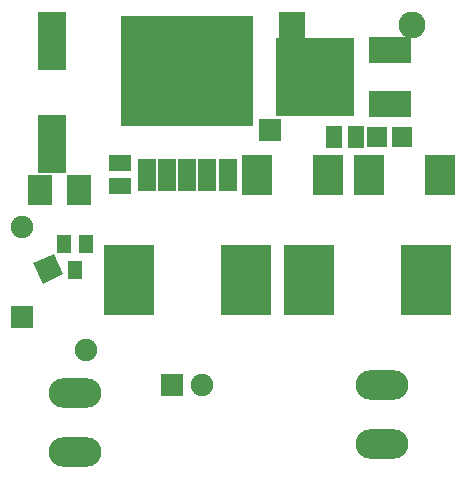
<source format=gts>
G04 (created by PCBNEW (2013-07-07 BZR 4022)-stable) date 02/05/2014 07:12:38*
%MOIN*%
G04 Gerber Fmt 3.4, Leading zero omitted, Abs format*
%FSLAX34Y34*%
G01*
G70*
G90*
G04 APERTURE LIST*
%ADD10C,0.00590551*%
%ADD11R,0.0987X0.1381*%
%ADD12R,0.1716X0.2365*%
%ADD13R,0.055X0.075*%
%ADD14R,0.0672X0.0672*%
%ADD15R,0.062X0.11*%
%ADD16R,0.44X0.37*%
%ADD17R,0.14X0.085*%
%ADD18R,0.26X0.26*%
%ADD19R,0.0948X0.1932*%
%ADD20R,0.075X0.055*%
%ADD21R,0.075X0.075*%
%ADD22R,0.08X0.1*%
%ADD23R,0.0515X0.0594*%
%ADD24C,0.09*%
%ADD25R,0.09X0.09*%
%ADD26O,0.176X0.098*%
%ADD27C,0.075*%
G04 APERTURE END LIST*
G54D10*
G54D11*
X72319Y-43000D03*
X74681Y-43000D03*
X76069Y-43000D03*
X78431Y-43000D03*
G54D12*
X68041Y-46500D03*
X71959Y-46500D03*
X74041Y-46500D03*
X77959Y-46500D03*
G54D13*
X74875Y-41750D03*
X75625Y-41750D03*
G54D14*
X76337Y-41750D03*
X77163Y-41750D03*
G54D15*
X68660Y-43000D03*
G54D16*
X70000Y-39550D03*
G54D15*
X70000Y-43000D03*
X69330Y-43000D03*
X70670Y-43000D03*
X71340Y-43000D03*
G54D17*
X76750Y-40650D03*
G54D18*
X74250Y-39750D03*
G54D17*
X76750Y-38850D03*
G54D19*
X65500Y-41982D03*
X65500Y-38557D03*
G54D20*
X67750Y-43375D03*
X67750Y-42625D03*
G54D21*
X72750Y-41500D03*
G54D22*
X66400Y-43500D03*
X65100Y-43500D03*
G54D23*
X66250Y-46183D03*
X65875Y-45317D03*
X66625Y-45317D03*
G54D24*
X77500Y-38000D03*
G54D25*
X73500Y-38000D03*
G54D26*
X66250Y-52240D03*
X66250Y-50270D03*
X76500Y-50010D03*
X76500Y-51980D03*
G54D10*
G36*
X65864Y-46321D02*
X65184Y-46638D01*
X64867Y-45959D01*
X65547Y-45642D01*
X65864Y-46321D01*
X65864Y-46321D01*
G37*
G54D27*
X66633Y-48859D03*
G54D21*
X64500Y-47750D03*
G54D27*
X64500Y-44750D03*
G54D21*
X69500Y-50000D03*
G54D27*
X70500Y-50000D03*
M02*

</source>
